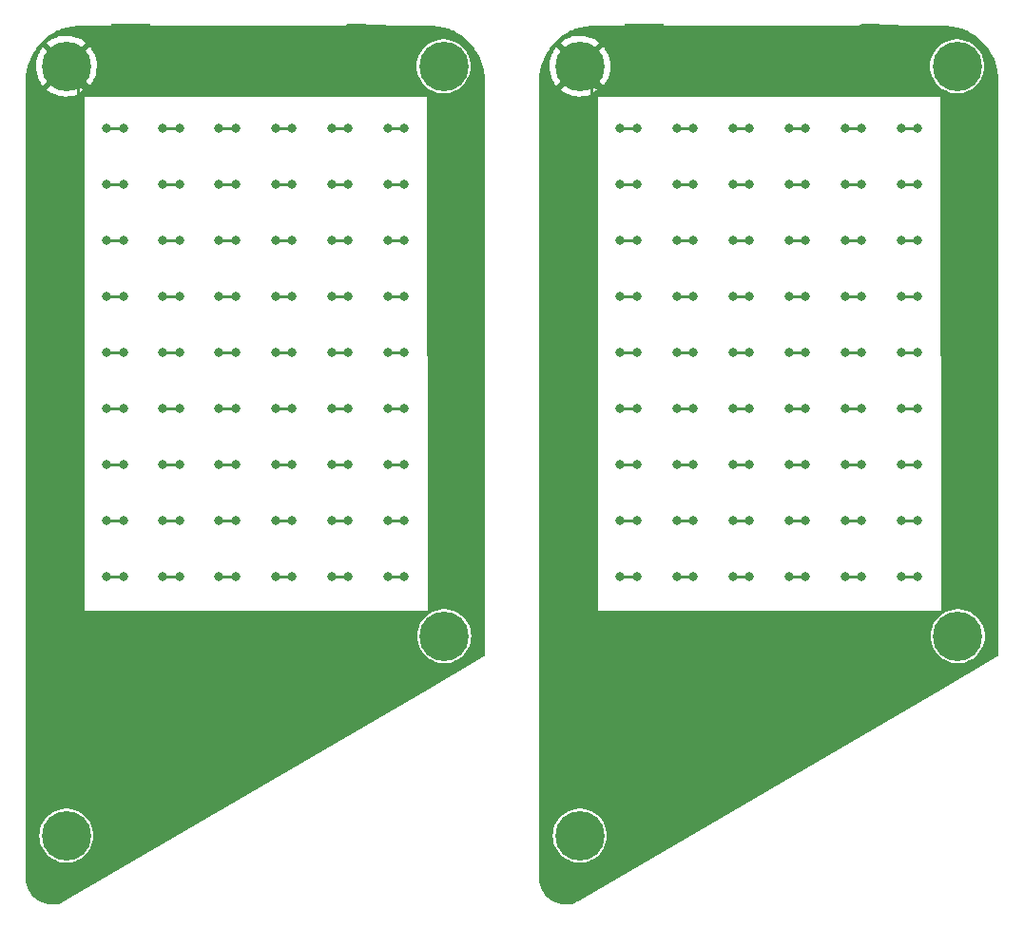
<source format=gtl>
%TF.GenerationSoftware,KiCad,Pcbnew,(6.0.5-0)*%
%TF.CreationDate,2023-02-12T11:18:59+09:00*%
%TF.ProjectId,MTCH6102_breakout_panel,4d544348-3631-4303-925f-627265616b6f,rev?*%
%TF.SameCoordinates,Original*%
%TF.FileFunction,Copper,L1,Top*%
%TF.FilePolarity,Positive*%
%FSLAX46Y46*%
G04 Gerber Fmt 4.6, Leading zero omitted, Abs format (unit mm)*
G04 Created by KiCad (PCBNEW (6.0.5-0)) date 2023-02-12 11:18:59*
%MOMM*%
%LPD*%
G01*
G04 APERTURE LIST*
%TA.AperFunction,ComponentPad*%
%ADD10C,0.700000*%
%TD*%
%TA.AperFunction,ComponentPad*%
%ADD11C,4.400000*%
%TD*%
%TA.AperFunction,ViaPad*%
%ADD12C,0.800000*%
%TD*%
%TA.AperFunction,ViaPad*%
%ADD13C,0.600000*%
%TD*%
%TA.AperFunction,Conductor*%
%ADD14C,0.250000*%
%TD*%
G04 APERTURE END LIST*
D10*
X153855874Y-99826726D03*
X153372600Y-98660000D03*
X155022600Y-100310000D03*
X155022600Y-97010000D03*
D11*
X155022600Y-98660000D03*
D10*
X156189326Y-99826726D03*
X156189326Y-97493274D03*
X156672600Y-98660000D03*
X153855874Y-97493274D03*
X187510874Y-150626726D03*
D11*
X188677600Y-149460000D03*
D10*
X188677600Y-151110000D03*
X187027600Y-149460000D03*
X187510874Y-148293274D03*
X189844326Y-148293274D03*
X190327600Y-149460000D03*
X188677600Y-147810000D03*
X189844326Y-150626726D03*
X153855874Y-168406726D03*
X155022600Y-168890000D03*
D11*
X155022600Y-167240000D03*
D10*
X155022600Y-165590000D03*
X156189326Y-168406726D03*
X153372600Y-167240000D03*
X156672600Y-167240000D03*
X156189326Y-166073274D03*
X153855874Y-166073274D03*
X189780826Y-99826726D03*
X188614100Y-100310000D03*
X190264100Y-98660000D03*
X187447374Y-99826726D03*
X188614100Y-97010000D03*
D11*
X188614100Y-98660000D03*
D10*
X186964100Y-98660000D03*
X187447374Y-97493274D03*
X189780826Y-97493274D03*
X144050726Y-99826726D03*
X142884000Y-100310000D03*
X144534000Y-98660000D03*
X141717274Y-99826726D03*
X142884000Y-97010000D03*
D11*
X142884000Y-98660000D03*
D10*
X141234000Y-98660000D03*
X141717274Y-97493274D03*
X144050726Y-97493274D03*
X108125774Y-168406726D03*
X109292500Y-168890000D03*
D11*
X109292500Y-167240000D03*
D10*
X109292500Y-165590000D03*
X110459226Y-168406726D03*
X107642500Y-167240000D03*
X110942500Y-167240000D03*
X110459226Y-166073274D03*
X108125774Y-166073274D03*
X141780774Y-150626726D03*
D11*
X142947500Y-149460000D03*
D10*
X142947500Y-151110000D03*
X141297500Y-149460000D03*
X141780774Y-148293274D03*
X144114226Y-148293274D03*
X144597500Y-149460000D03*
X142947500Y-147810000D03*
X144114226Y-150626726D03*
X108125774Y-99826726D03*
X107642500Y-98660000D03*
X109292500Y-100310000D03*
X109292500Y-97010000D03*
D11*
X109292500Y-98660000D03*
D10*
X110459226Y-99826726D03*
X110459226Y-97493274D03*
X110942500Y-98660000D03*
X108125774Y-97493274D03*
D12*
X168630100Y-129192000D03*
X160130100Y-129192000D03*
X175130100Y-129192000D03*
X163630100Y-129192000D03*
X170130100Y-129192000D03*
X165130100Y-129192000D03*
X187889600Y-127055499D03*
X187730100Y-141692000D03*
X187730100Y-116692000D03*
X187730100Y-111692000D03*
X171930100Y-147792000D03*
X176930100Y-100692000D03*
X156130100Y-101692000D03*
X156130100Y-111692000D03*
X156130100Y-126692000D03*
X187730100Y-136692000D03*
X187730100Y-106692000D03*
X176930100Y-147792000D03*
X156130100Y-106792000D03*
X181930100Y-147792000D03*
X187730100Y-131692000D03*
X156130100Y-141692000D03*
X161930100Y-100692000D03*
X161930100Y-147792000D03*
X156130100Y-147750000D03*
X156130100Y-121692000D03*
X156130100Y-116692000D03*
D13*
X154430100Y-160792000D03*
D12*
X187730100Y-121692000D03*
X156130100Y-131692000D03*
X187730100Y-101692000D03*
X171930100Y-100692000D03*
D13*
X156430100Y-157992000D03*
D12*
X156130100Y-136692000D03*
X166930100Y-100692000D03*
X166930100Y-147792000D03*
X181930100Y-100692000D03*
X170130100Y-114192000D03*
X178630100Y-114192000D03*
X185130100Y-114192000D03*
X158630100Y-114192000D03*
X175130100Y-114192000D03*
X160130100Y-114192000D03*
X173630100Y-114192000D03*
X168630100Y-114192000D03*
X165130100Y-114192000D03*
X180130100Y-114192000D03*
X183630100Y-114192000D03*
X163630100Y-114192000D03*
X168630100Y-109192000D03*
X173630100Y-109192000D03*
X180130100Y-109192000D03*
X183630100Y-109192000D03*
X175130100Y-109192000D03*
X170130100Y-109192000D03*
X160130100Y-109192000D03*
X185130100Y-109192000D03*
X158630100Y-109192000D03*
X163630100Y-109192000D03*
X178630100Y-109192000D03*
X165130100Y-109192000D03*
X173630100Y-104192000D03*
X175130100Y-104192000D03*
X158630100Y-104192000D03*
X163630100Y-104192000D03*
X165130100Y-104192000D03*
X170130100Y-104192000D03*
X180130100Y-104192000D03*
X178630100Y-104192000D03*
X160130100Y-104192000D03*
X168630100Y-104192000D03*
X183630100Y-104192000D03*
X185130100Y-104192000D03*
X180130100Y-144192000D03*
X160130100Y-144192000D03*
X175130100Y-144192000D03*
X168630100Y-144192000D03*
X158630100Y-144192000D03*
X173630100Y-144192000D03*
X165130100Y-144192000D03*
X183630100Y-129192000D03*
X185130100Y-129192000D03*
X180130100Y-129192000D03*
X168630100Y-124192000D03*
X168630100Y-119192000D03*
X160130100Y-119192000D03*
X163630100Y-119192000D03*
X175130100Y-139192000D03*
X173630100Y-139192000D03*
X170130100Y-139192000D03*
X170130100Y-144192000D03*
X183630100Y-139192000D03*
X183630100Y-144192000D03*
X158630100Y-139192000D03*
X185130100Y-139192000D03*
X165130100Y-139192000D03*
X168630100Y-139192000D03*
X180130100Y-139192000D03*
X163630100Y-144192000D03*
X185130100Y-144192000D03*
X163630100Y-139192000D03*
X178630100Y-144192000D03*
X160130100Y-139192000D03*
X178630100Y-139192000D03*
X178630100Y-129192000D03*
X158630100Y-129192000D03*
X173630100Y-129192000D03*
X180130100Y-119192000D03*
X165130100Y-119192000D03*
X170130100Y-119192000D03*
X173630100Y-119192000D03*
X175130100Y-119192000D03*
X185130100Y-124192000D03*
X178630100Y-119192000D03*
X163630100Y-134192000D03*
X170130100Y-134192000D03*
X180130100Y-134192000D03*
X185130100Y-134192000D03*
X158630100Y-134192000D03*
X183630100Y-134192000D03*
X165130100Y-134192000D03*
X173630100Y-134192000D03*
X168630100Y-134192000D03*
X178630100Y-134192000D03*
X175130100Y-134192000D03*
X160130100Y-134192000D03*
X158630100Y-119192000D03*
X183630100Y-119192000D03*
X185130100Y-119192000D03*
X183630100Y-124192000D03*
X180130100Y-124192000D03*
X173630100Y-124192000D03*
X175130100Y-124192000D03*
X158630100Y-124192000D03*
X160130100Y-124192000D03*
X163630100Y-124192000D03*
X165130100Y-124192000D03*
X178630100Y-124192000D03*
X170130100Y-124192000D03*
X122900000Y-119192000D03*
X117900000Y-119192000D03*
X114400000Y-119192000D03*
X134400000Y-119192000D03*
X119400000Y-119192000D03*
X124400000Y-119192000D03*
X137900000Y-119192000D03*
X112900000Y-119192000D03*
X139400000Y-119192000D03*
X127900000Y-119192000D03*
X129400000Y-119192000D03*
X132900000Y-119192000D03*
X139400000Y-124192000D03*
X112900000Y-124192000D03*
X134400000Y-124192000D03*
X137900000Y-124192000D03*
X127900000Y-124192000D03*
X129400000Y-124192000D03*
X114400000Y-124192000D03*
X117900000Y-124192000D03*
X119400000Y-124192000D03*
X132900000Y-124192000D03*
X124400000Y-124192000D03*
X122900000Y-124192000D03*
X134400000Y-129192000D03*
X139400000Y-129192000D03*
X137900000Y-129192000D03*
X127900000Y-129192000D03*
X112900000Y-129192000D03*
X132900000Y-129192000D03*
X119400000Y-129192000D03*
X124400000Y-129192000D03*
X117900000Y-129192000D03*
X129400000Y-129192000D03*
X114400000Y-129192000D03*
X122900000Y-129192000D03*
X139400000Y-134192000D03*
X129400000Y-134192000D03*
X114400000Y-134192000D03*
X137900000Y-134192000D03*
X119400000Y-134192000D03*
X127900000Y-134192000D03*
X122900000Y-134192000D03*
X134400000Y-134192000D03*
X132900000Y-134192000D03*
X112900000Y-134192000D03*
X124400000Y-134192000D03*
X117900000Y-134192000D03*
X132900000Y-139192000D03*
X114400000Y-139192000D03*
X137900000Y-139192000D03*
X122900000Y-139192000D03*
X139400000Y-139192000D03*
X127900000Y-139192000D03*
X124400000Y-139192000D03*
X112900000Y-139192000D03*
X119400000Y-139192000D03*
X134400000Y-139192000D03*
X117900000Y-139192000D03*
X129400000Y-139192000D03*
X132900000Y-144192000D03*
X139400000Y-144192000D03*
X124400000Y-144192000D03*
X137900000Y-144192000D03*
X117900000Y-144192000D03*
X119400000Y-144192000D03*
X127900000Y-144192000D03*
X112900000Y-144192000D03*
X122900000Y-144192000D03*
X129400000Y-144192000D03*
X114400000Y-144192000D03*
X134400000Y-144192000D03*
X139400000Y-104192000D03*
X137900000Y-104192000D03*
X122900000Y-104192000D03*
X114400000Y-104192000D03*
X132900000Y-104192000D03*
X134400000Y-104192000D03*
X124400000Y-104192000D03*
X119400000Y-104192000D03*
X117900000Y-104192000D03*
X112900000Y-104192000D03*
X129400000Y-104192000D03*
X127900000Y-104192000D03*
X119400000Y-109192000D03*
X132900000Y-109192000D03*
X117900000Y-109192000D03*
X112900000Y-109192000D03*
X139400000Y-109192000D03*
X114400000Y-109192000D03*
X124400000Y-109192000D03*
X129400000Y-109192000D03*
X137900000Y-109192000D03*
X134400000Y-109192000D03*
X127900000Y-109192000D03*
X122900000Y-109192000D03*
X117900000Y-114192000D03*
X137900000Y-114192000D03*
X134400000Y-114192000D03*
X119400000Y-114192000D03*
X122900000Y-114192000D03*
X127900000Y-114192000D03*
X114400000Y-114192000D03*
X129400000Y-114192000D03*
X112900000Y-114192000D03*
X139400000Y-114192000D03*
X132900000Y-114192000D03*
X124400000Y-114192000D03*
X136200000Y-100692000D03*
X121200000Y-147792000D03*
X121200000Y-100692000D03*
X110400000Y-136692000D03*
D13*
X110700000Y-157992000D03*
D12*
X126200000Y-100692000D03*
X142000000Y-101692000D03*
X110400000Y-131692000D03*
X142000000Y-121692000D03*
D13*
X108700000Y-160792000D03*
D12*
X110400000Y-116692000D03*
X110400000Y-121692000D03*
X110400000Y-147750000D03*
X116200000Y-147792000D03*
X116200000Y-100692000D03*
X110400000Y-141692000D03*
X142000000Y-131692000D03*
X136200000Y-147792000D03*
X110400000Y-106792000D03*
X131200000Y-147792000D03*
X142000000Y-106692000D03*
X142000000Y-136692000D03*
X110400000Y-126692000D03*
X110400000Y-111692000D03*
X110400000Y-101692000D03*
X131200000Y-100692000D03*
X126200000Y-147792000D03*
X142000000Y-111692000D03*
X142000000Y-116692000D03*
X142000000Y-141692000D03*
X142159500Y-127055499D03*
D14*
X158630100Y-134192000D02*
X160130100Y-134192000D01*
X178630100Y-134192000D02*
X180130100Y-134192000D01*
X183630100Y-134192000D02*
X185130100Y-134192000D01*
X163630100Y-134192000D02*
X165130100Y-134192000D01*
X173630100Y-134192000D02*
X175130100Y-134192000D01*
X168630100Y-134192000D02*
X170130100Y-134192000D01*
X163630100Y-109192000D02*
X165130100Y-109192000D01*
X183630100Y-109192000D02*
X185130100Y-109192000D01*
X168630100Y-109192000D02*
X170130100Y-109192000D01*
X158630100Y-109192000D02*
X160130100Y-109192000D01*
X178630100Y-109192000D02*
X180130100Y-109192000D01*
X173630100Y-109192000D02*
X175130100Y-109192000D01*
X168630100Y-144192000D02*
X170130100Y-144192000D01*
X158630100Y-144192000D02*
X160130100Y-144192000D01*
X163630100Y-144192000D02*
X165130100Y-144192000D01*
X183630100Y-144192000D02*
X185130100Y-144192000D01*
X178630100Y-144192000D02*
X180130100Y-144192000D01*
X173630100Y-144192000D02*
X175130100Y-144192000D01*
X173630100Y-139192000D02*
X175130100Y-139192000D01*
X178630100Y-139192000D02*
X180130100Y-139192000D01*
X163630100Y-139192000D02*
X165130100Y-139192000D01*
X168630100Y-139192000D02*
X170130100Y-139192000D01*
X183630100Y-139192000D02*
X185130100Y-139192000D01*
X158630100Y-139192000D02*
X160130100Y-139192000D01*
X178630100Y-104192000D02*
X180130100Y-104192000D01*
X158630100Y-119192000D02*
X160130100Y-119192000D01*
X163630100Y-119192000D02*
X165130100Y-119192000D01*
X183630100Y-119192000D02*
X185130100Y-119192000D01*
X168630100Y-119192000D02*
X170130100Y-119192000D01*
X156231496Y-147792001D02*
G75*
G02*
X156130100Y-147750000I4J143401D01*
G01*
X187730100Y-145405604D02*
X187730100Y-144092000D01*
X188530100Y-152392000D02*
X188770641Y-152392000D01*
X156130100Y-157267736D02*
X156130100Y-147750000D01*
X188530100Y-152392000D02*
G75*
G02*
X185630100Y-149492000I0J2900000D01*
G01*
X158630100Y-114192000D02*
X160130100Y-114192000D01*
X178630100Y-114192000D02*
X180130100Y-114192000D01*
X173630100Y-114192000D02*
X175130100Y-114192000D01*
X191630100Y-149532541D02*
X191630100Y-149305606D01*
X168630100Y-114192000D02*
X170130100Y-114192000D01*
X186730100Y-100692000D02*
X181930100Y-100692000D01*
X166930100Y-100692000D02*
X181930100Y-100692000D01*
X161930100Y-100692000D02*
X166930100Y-100692000D01*
X156530100Y-157892000D02*
X156430100Y-157992000D01*
X156130086Y-157267736D02*
G75*
G03*
X156430101Y-157991999I1024314J36D01*
G01*
X187730100Y-145405604D02*
G75*
G03*
X188916496Y-146592000I1186400J4D01*
G01*
X156130082Y-101333741D02*
G75*
G03*
X155022599Y-98660001I-3781182J41D01*
G01*
X157130100Y-100692000D02*
G75*
G03*
X156130100Y-101692000I0J-1000000D01*
G01*
X155022600Y-98660000D02*
G75*
G03*
X157054600Y-100692000I2032000J0D01*
G01*
X186730100Y-100692000D02*
G75*
G02*
X187730100Y-101692000I0J-1000000D01*
G01*
X166930100Y-147792000D02*
X181930100Y-147792000D01*
X156830100Y-147792000D02*
X166930100Y-147792000D01*
X156130100Y-101333741D02*
X156130100Y-101692000D01*
X156231496Y-147792000D02*
X156830100Y-147792000D01*
X187730100Y-144092000D02*
X187730100Y-141692000D01*
X157130100Y-100692000D02*
X161930100Y-100692000D01*
X181930100Y-147792000D02*
X183930100Y-147792000D01*
X156130100Y-141692000D02*
X156130100Y-147750000D01*
X185630100Y-149492000D02*
G75*
G03*
X183930100Y-147792000I-1700000J0D01*
G01*
X191630100Y-149532541D02*
G75*
G02*
X188770641Y-152392000I-2859500J41D01*
G01*
X156130100Y-101692000D02*
X156130100Y-141692000D01*
X161930100Y-100692000D02*
X157054600Y-100692000D01*
X187730100Y-101692000D02*
X187730100Y-141692000D01*
X163630100Y-114192000D02*
X165130100Y-114192000D01*
X183630100Y-114192000D02*
X185130100Y-114192000D01*
X188916496Y-146592000D02*
G75*
G02*
X191630100Y-149305606I4J-2713600D01*
G01*
X163630100Y-124192000D02*
X165130100Y-124192000D01*
X183630100Y-124192000D02*
X185130100Y-124192000D01*
X173630100Y-124192000D02*
X175130100Y-124192000D01*
X168630100Y-124192000D02*
X170130100Y-124192000D01*
X158630100Y-124192000D02*
X160130100Y-124192000D01*
X178630100Y-119192000D02*
X180130100Y-119192000D01*
X173630100Y-119192000D02*
X175130100Y-119192000D01*
X168630100Y-104192000D02*
X170130100Y-104192000D01*
X158630100Y-104192000D02*
X160130100Y-104192000D01*
X163630100Y-104192000D02*
X165130100Y-104192000D01*
X183630100Y-104192000D02*
X185130100Y-104192000D01*
X173630100Y-104192000D02*
X175130100Y-104192000D01*
X178630100Y-129192000D02*
X180130100Y-129192000D01*
X173630100Y-129192000D02*
X175130100Y-129192000D01*
X183630100Y-129192000D02*
X185130100Y-129192000D01*
X178630100Y-124192000D02*
X180130100Y-124192000D01*
X158630100Y-129192000D02*
X160130100Y-129192000D01*
X163630100Y-129192000D02*
X165130100Y-129192000D01*
X168630100Y-129192000D02*
X170130100Y-129192000D01*
X137900000Y-119192000D02*
X139400000Y-119192000D01*
X122900000Y-119192000D02*
X124400000Y-119192000D01*
X112900000Y-119192000D02*
X114400000Y-119192000D01*
X117900000Y-119192000D02*
X119400000Y-119192000D01*
X127900000Y-119192000D02*
X129400000Y-119192000D01*
X132900000Y-119192000D02*
X134400000Y-119192000D01*
X137900000Y-124192000D02*
X139400000Y-124192000D01*
X112900000Y-124192000D02*
X114400000Y-124192000D01*
X117900000Y-124192000D02*
X119400000Y-124192000D01*
X127900000Y-124192000D02*
X129400000Y-124192000D01*
X122900000Y-124192000D02*
X124400000Y-124192000D01*
X132900000Y-124192000D02*
X134400000Y-124192000D01*
X117900000Y-129192000D02*
X119400000Y-129192000D01*
X112900000Y-129192000D02*
X114400000Y-129192000D01*
X122900000Y-129192000D02*
X124400000Y-129192000D01*
X132900000Y-129192000D02*
X134400000Y-129192000D01*
X137900000Y-129192000D02*
X139400000Y-129192000D01*
X127900000Y-129192000D02*
X129400000Y-129192000D01*
X122900000Y-134192000D02*
X124400000Y-134192000D01*
X112900000Y-134192000D02*
X114400000Y-134192000D01*
X137900000Y-134192000D02*
X139400000Y-134192000D01*
X117900000Y-134192000D02*
X119400000Y-134192000D01*
X127900000Y-134192000D02*
X129400000Y-134192000D01*
X132900000Y-134192000D02*
X134400000Y-134192000D01*
X132900000Y-139192000D02*
X134400000Y-139192000D01*
X117900000Y-139192000D02*
X119400000Y-139192000D01*
X127900000Y-139192000D02*
X129400000Y-139192000D01*
X137900000Y-139192000D02*
X139400000Y-139192000D01*
X122900000Y-139192000D02*
X124400000Y-139192000D01*
X112900000Y-139192000D02*
X114400000Y-139192000D01*
X127900000Y-144192000D02*
X129400000Y-144192000D01*
X132900000Y-144192000D02*
X134400000Y-144192000D01*
X137900000Y-144192000D02*
X139400000Y-144192000D01*
X117900000Y-144192000D02*
X119400000Y-144192000D01*
X112900000Y-144192000D02*
X114400000Y-144192000D01*
X122900000Y-144192000D02*
X124400000Y-144192000D01*
X132900000Y-104192000D02*
X134400000Y-104192000D01*
X137900000Y-104192000D02*
X139400000Y-104192000D01*
X117900000Y-104192000D02*
X119400000Y-104192000D01*
X112900000Y-104192000D02*
X114400000Y-104192000D01*
X122900000Y-104192000D02*
X124400000Y-104192000D01*
X127900000Y-104192000D02*
X129400000Y-104192000D01*
X132900000Y-109192000D02*
X134400000Y-109192000D01*
X112900000Y-109192000D02*
X114400000Y-109192000D01*
X127900000Y-109192000D02*
X129400000Y-109192000D01*
X122900000Y-109192000D02*
X124400000Y-109192000D01*
X137900000Y-109192000D02*
X139400000Y-109192000D01*
X117900000Y-109192000D02*
X119400000Y-109192000D01*
X127900000Y-114192000D02*
X129400000Y-114192000D01*
X132900000Y-114192000D02*
X134400000Y-114192000D01*
X112900000Y-114192000D02*
X114400000Y-114192000D01*
X117900000Y-114192000D02*
X119400000Y-114192000D01*
X137900000Y-114192000D02*
X139400000Y-114192000D01*
X122900000Y-114192000D02*
X124400000Y-114192000D01*
X145900000Y-149532541D02*
X145900000Y-149305606D01*
X110400000Y-157267736D02*
X110400000Y-147750000D01*
X142800000Y-152392000D02*
X143040541Y-152392000D01*
X142000000Y-145405604D02*
X142000000Y-144092000D01*
X110501396Y-147792000D02*
X111100000Y-147792000D01*
X110400000Y-101333741D02*
X110400000Y-101692000D01*
X111100000Y-147792000D02*
X121200000Y-147792000D01*
X121200000Y-147792000D02*
X136200000Y-147792000D01*
X116200000Y-100692000D02*
X121200000Y-100692000D01*
X121200000Y-100692000D02*
X136200000Y-100692000D01*
X141000000Y-100692000D02*
X136200000Y-100692000D01*
X110800000Y-157892000D02*
X110700000Y-157992000D01*
X142000000Y-144092000D02*
X142000000Y-141692000D01*
X110400000Y-101692000D02*
X110400000Y-141692000D01*
X116200000Y-100692000D02*
X111324500Y-100692000D01*
X111400000Y-100692000D02*
X116200000Y-100692000D01*
X142000000Y-101692000D02*
X142000000Y-141692000D01*
X136200000Y-147792000D02*
X138200000Y-147792000D01*
X110400000Y-141692000D02*
X110400000Y-147750000D01*
X139900000Y-149492000D02*
G75*
G03*
X138200000Y-147792000I-1700000J0D01*
G01*
X110501396Y-147792001D02*
G75*
G02*
X110400000Y-147750000I4J143401D01*
G01*
X141000000Y-100692000D02*
G75*
G02*
X142000000Y-101692000I0J-1000000D01*
G01*
X109292500Y-98660000D02*
G75*
G03*
X111324500Y-100692000I2032000J0D01*
G01*
X111400000Y-100692000D02*
G75*
G03*
X110400000Y-101692000I0J-1000000D01*
G01*
X110399982Y-101333741D02*
G75*
G03*
X109292499Y-98660001I-3781182J41D01*
G01*
X142000000Y-145405604D02*
G75*
G03*
X143186396Y-146592000I1186400J4D01*
G01*
X110399986Y-157267736D02*
G75*
G03*
X110700001Y-157991999I1024314J36D01*
G01*
X145900000Y-149532541D02*
G75*
G02*
X143040541Y-152392000I-2859500J41D01*
G01*
X143186396Y-146592000D02*
G75*
G02*
X145900000Y-149305606I4J-2713600D01*
G01*
X142800000Y-152392000D02*
G75*
G02*
X139900000Y-149492000I0J2900000D01*
G01*
%TA.AperFunction,Conductor*%
G36*
X110900000Y-96478919D02*
G01*
X110843162Y-96434111D01*
X110838273Y-96430713D01*
X110564514Y-96263938D01*
X110559256Y-96261154D01*
X110267453Y-96128479D01*
X110261885Y-96126342D01*
X109956260Y-96029686D01*
X109950485Y-96028235D01*
X109635454Y-95968993D01*
X109629545Y-95968247D01*
X109309688Y-95947283D01*
X109303717Y-95947251D01*
X108983657Y-95964865D01*
X108977750Y-95965549D01*
X108662116Y-96021488D01*
X108656312Y-96022881D01*
X108349700Y-96116330D01*
X108344110Y-96118408D01*
X108050939Y-96248018D01*
X108045639Y-96250754D01*
X107770166Y-96414643D01*
X107765231Y-96417997D01*
X107576954Y-96563252D01*
X107569429Y-96574263D01*
X107569482Y-96576129D01*
X107572313Y-96580602D01*
X109581706Y-98589996D01*
X109609483Y-98644513D01*
X109599912Y-98704945D01*
X109581706Y-98730004D01*
X109292500Y-99019210D01*
X107576592Y-100735119D01*
X107570538Y-100747002D01*
X107570916Y-100749394D01*
X107573660Y-100752773D01*
X107718609Y-100869524D01*
X107723472Y-100872981D01*
X107995468Y-101042613D01*
X108000693Y-101045449D01*
X108291093Y-101181174D01*
X108296632Y-101183367D01*
X108601224Y-101283217D01*
X108606997Y-101284732D01*
X108921392Y-101347269D01*
X108927277Y-101348075D01*
X109246913Y-101372389D01*
X109252868Y-101372482D01*
X109573103Y-101358221D01*
X109579023Y-101357598D01*
X109895224Y-101304968D01*
X109901029Y-101303638D01*
X110208609Y-101213404D01*
X110214228Y-101211381D01*
X110508729Y-101084854D01*
X110514064Y-101082171D01*
X110791245Y-100921172D01*
X110796203Y-100917878D01*
X110900000Y-100839519D01*
X110900000Y-147692000D01*
X105683000Y-147692000D01*
X105683000Y-99964281D01*
X105685557Y-99941926D01*
X105686888Y-99936183D01*
X105688155Y-99930718D01*
X105688156Y-99930000D01*
X105686795Y-99924033D01*
X105686543Y-99921253D01*
X105686290Y-99918993D01*
X105686338Y-99918988D01*
X105684410Y-99897701D01*
X105701380Y-99509040D01*
X105702133Y-99500436D01*
X105756567Y-99086965D01*
X105758067Y-99078460D01*
X105763409Y-99054366D01*
X105848329Y-98671315D01*
X105850563Y-98662975D01*
X105859519Y-98634570D01*
X106579847Y-98634570D01*
X106595786Y-98954725D01*
X106596440Y-98960648D01*
X106650724Y-99276567D01*
X106652083Y-99282360D01*
X106743930Y-99589476D01*
X106745976Y-99595067D01*
X106874048Y-99888910D01*
X106876758Y-99894230D01*
X107039209Y-100170569D01*
X107042525Y-100175502D01*
X107195441Y-100375870D01*
X107206413Y-100383453D01*
X107208141Y-100383413D01*
X107212819Y-100380470D01*
X108922204Y-98671086D01*
X108928258Y-98659203D01*
X108927462Y-98654172D01*
X107217219Y-96943930D01*
X107205336Y-96937876D01*
X107203082Y-96938233D01*
X107199526Y-96941136D01*
X107074761Y-97097706D01*
X107071336Y-97102579D01*
X106903132Y-97375455D01*
X106900318Y-97380704D01*
X106766120Y-97671803D01*
X106763951Y-97677365D01*
X106665696Y-97982480D01*
X106664217Y-97988237D01*
X106603324Y-98302973D01*
X106602550Y-98308853D01*
X106579910Y-98628614D01*
X106579847Y-98634570D01*
X105859519Y-98634570D01*
X105873573Y-98589996D01*
X105975973Y-98265228D01*
X105978924Y-98257119D01*
X105979362Y-98256063D01*
X106138518Y-97871825D01*
X106142168Y-97863998D01*
X106242218Y-97671803D01*
X106334736Y-97494079D01*
X106339042Y-97486619D01*
X106563130Y-97134873D01*
X106568083Y-97127800D01*
X106711315Y-96941136D01*
X106821958Y-96796942D01*
X106827497Y-96790342D01*
X107109259Y-96482851D01*
X107115351Y-96476759D01*
X107422842Y-96194997D01*
X107429442Y-96189458D01*
X107760300Y-95935583D01*
X107767374Y-95930629D01*
X108119119Y-95706542D01*
X108126579Y-95702236D01*
X108496498Y-95509668D01*
X108504325Y-95506018D01*
X108600640Y-95466123D01*
X108889626Y-95346421D01*
X108897728Y-95343473D01*
X109295477Y-95218063D01*
X109303815Y-95215829D01*
X109710970Y-95125565D01*
X109719456Y-95124069D01*
X109907392Y-95099326D01*
X110132936Y-95069633D01*
X110141540Y-95068880D01*
X110529939Y-95051922D01*
X110543299Y-95053144D01*
X110551277Y-95053158D01*
X110562141Y-95055656D01*
X110574141Y-95052941D01*
X110595988Y-95050500D01*
X110900000Y-95050500D01*
X110900000Y-96478919D01*
G37*
%TD.AperFunction*%
%TA.AperFunction,Conductor*%
G36*
X110048794Y-99063937D02*
G01*
X110073853Y-99082143D01*
X110900000Y-99908290D01*
X110900000Y-100594320D01*
X110869658Y-100589515D01*
X110844599Y-100571309D01*
X109714643Y-99441353D01*
X109686866Y-99386836D01*
X109696437Y-99326404D01*
X109714643Y-99301345D01*
X109933845Y-99082143D01*
X109988362Y-99054366D01*
X110048794Y-99063937D01*
G37*
%TD.AperFunction*%
%TA.AperFunction,Conductor*%
G36*
X110900000Y-96721054D02*
G01*
X110900000Y-97411710D01*
X110073853Y-98237857D01*
X110019336Y-98265634D01*
X109958904Y-98256063D01*
X109933845Y-98237857D01*
X109714643Y-98018655D01*
X109686866Y-97964138D01*
X109696437Y-97903706D01*
X109714643Y-97878647D01*
X110844599Y-96748691D01*
X110899116Y-96720914D01*
X110900000Y-96721054D01*
G37*
%TD.AperFunction*%
%TA.AperFunction,Conductor*%
G36*
X116650281Y-94866018D02*
G01*
X116708417Y-94885087D01*
X116739209Y-94922084D01*
X116742209Y-94928317D01*
X116744688Y-94939185D01*
X116751635Y-94947903D01*
X116752091Y-94948475D01*
X116763909Y-94967314D01*
X116769052Y-94978024D01*
X116778539Y-94985611D01*
X116794123Y-95001222D01*
X116801695Y-95010724D01*
X116812392Y-95015883D01*
X116831214Y-95027736D01*
X116840492Y-95035156D01*
X116852327Y-95037877D01*
X116873151Y-95045190D01*
X116874048Y-95045623D01*
X116874049Y-95045623D01*
X116884087Y-95050465D01*
X116895232Y-95050475D01*
X116895233Y-95050475D01*
X116907155Y-95050485D01*
X116907153Y-95052230D01*
X116907219Y-95052224D01*
X116907219Y-95050500D01*
X116924108Y-95050500D01*
X116975274Y-95050545D01*
X116975563Y-95050545D01*
X116975651Y-95050503D01*
X116975675Y-95050500D01*
X134069108Y-95050500D01*
X134120563Y-95050545D01*
X134131512Y-95045288D01*
X134152345Y-95038013D01*
X134164185Y-95035312D01*
X134173475Y-95027909D01*
X134192314Y-95016091D01*
X134203024Y-95010948D01*
X134210611Y-95001461D01*
X134226222Y-94985877D01*
X134235724Y-94978305D01*
X134240568Y-94968261D01*
X134247522Y-94959550D01*
X134249113Y-94960820D01*
X134281432Y-94927055D01*
X134328571Y-94915261D01*
X137637151Y-94924477D01*
X137695289Y-94943547D01*
X137714353Y-94961848D01*
X137719227Y-94967975D01*
X137724052Y-94978024D01*
X137733539Y-94985611D01*
X137749123Y-95001222D01*
X137756695Y-95010724D01*
X137767392Y-95015883D01*
X137786214Y-95027736D01*
X137795492Y-95035156D01*
X137807327Y-95037877D01*
X137828151Y-95045190D01*
X137829048Y-95045623D01*
X137829049Y-95045623D01*
X137839087Y-95050465D01*
X137850232Y-95050475D01*
X137850233Y-95050475D01*
X137862155Y-95050485D01*
X137862153Y-95052230D01*
X137862219Y-95052224D01*
X137862219Y-95050500D01*
X137879108Y-95050500D01*
X137930274Y-95050545D01*
X137930563Y-95050545D01*
X137930651Y-95050503D01*
X137930675Y-95050500D01*
X141643483Y-95050500D01*
X141665669Y-95053018D01*
X141677141Y-95055656D01*
X141688014Y-95053196D01*
X141694948Y-95053208D01*
X141709539Y-95051899D01*
X141738351Y-95053157D01*
X142098460Y-95068880D01*
X142107064Y-95069633D01*
X142332608Y-95099326D01*
X142520544Y-95124069D01*
X142529030Y-95125565D01*
X142936185Y-95215829D01*
X142944523Y-95218063D01*
X143342272Y-95343473D01*
X143350374Y-95346421D01*
X143639360Y-95466123D01*
X143735675Y-95506018D01*
X143743502Y-95509668D01*
X144113421Y-95702236D01*
X144120881Y-95706542D01*
X144472626Y-95930629D01*
X144479700Y-95935583D01*
X144810558Y-96189458D01*
X144817158Y-96194997D01*
X145124649Y-96476759D01*
X145130741Y-96482851D01*
X145412503Y-96790342D01*
X145418042Y-96796942D01*
X145604063Y-97039371D01*
X145671917Y-97127800D01*
X145676870Y-97134873D01*
X145900958Y-97486619D01*
X145905264Y-97494079D01*
X146049811Y-97771750D01*
X146097832Y-97863998D01*
X146101482Y-97871825D01*
X146261076Y-98257119D01*
X146264027Y-98265228D01*
X146389437Y-98662975D01*
X146391671Y-98671315D01*
X146456674Y-98964523D01*
X146481933Y-99078460D01*
X146483433Y-99086965D01*
X146537867Y-99500436D01*
X146538620Y-99509040D01*
X146555578Y-99897439D01*
X146554356Y-99910799D01*
X146554342Y-99918777D01*
X146551844Y-99929641D01*
X146554304Y-99940513D01*
X146554559Y-99941638D01*
X146557000Y-99963488D01*
X146557000Y-101392000D01*
X110900000Y-101392000D01*
X110900000Y-100839519D01*
X111008750Y-100757421D01*
X111016390Y-100746489D01*
X111016361Y-100744902D01*
X111013304Y-100740015D01*
X110900000Y-100626711D01*
X110900000Y-99908289D01*
X111367511Y-100375800D01*
X111379394Y-100381854D01*
X111381923Y-100381454D01*
X111385125Y-100378868D01*
X111493759Y-100245431D01*
X111497233Y-100240597D01*
X111668287Y-99969492D01*
X111671153Y-99964279D01*
X111808394Y-99674596D01*
X111810618Y-99669063D01*
X111912064Y-99364992D01*
X111913605Y-99359243D01*
X111977788Y-99045182D01*
X111978627Y-99039285D01*
X112004713Y-98718567D01*
X112004873Y-98715068D01*
X112005432Y-98661727D01*
X112005389Y-98660000D01*
X140478754Y-98660000D01*
X140497720Y-98961457D01*
X140554319Y-99258160D01*
X140555275Y-99261102D01*
X140555277Y-99261110D01*
X140587163Y-99359243D01*
X140647659Y-99545430D01*
X140776267Y-99818736D01*
X140777936Y-99821365D01*
X140777936Y-99821366D01*
X140871940Y-99969492D01*
X140938115Y-100073768D01*
X140940097Y-100076164D01*
X140940100Y-100076168D01*
X140985151Y-100130625D01*
X141130651Y-100306504D01*
X141350838Y-100513274D01*
X141595205Y-100690816D01*
X141597932Y-100692315D01*
X141857174Y-100834836D01*
X141857180Y-100834839D01*
X141859896Y-100836332D01*
X141905265Y-100854295D01*
X142137848Y-100946381D01*
X142137851Y-100946382D01*
X142140738Y-100947525D01*
X142143741Y-100948296D01*
X142143747Y-100948298D01*
X142430295Y-101021870D01*
X142433302Y-101022642D01*
X142436383Y-101023031D01*
X142436387Y-101023032D01*
X142535903Y-101035604D01*
X142732973Y-101060500D01*
X143035027Y-101060500D01*
X143232097Y-101035604D01*
X143331613Y-101023032D01*
X143331617Y-101023031D01*
X143334698Y-101022642D01*
X143337705Y-101021870D01*
X143624253Y-100948298D01*
X143624259Y-100948296D01*
X143627262Y-100947525D01*
X143630149Y-100946382D01*
X143630152Y-100946381D01*
X143862735Y-100854295D01*
X143908104Y-100836332D01*
X143910820Y-100834839D01*
X143910826Y-100834836D01*
X144170068Y-100692315D01*
X144172795Y-100690816D01*
X144417162Y-100513274D01*
X144637349Y-100306504D01*
X144782849Y-100130625D01*
X144827900Y-100076168D01*
X144827903Y-100076164D01*
X144829885Y-100073768D01*
X144896061Y-99969492D01*
X144990064Y-99821366D01*
X144990064Y-99821365D01*
X144991733Y-99818736D01*
X145120341Y-99545430D01*
X145180837Y-99359243D01*
X145212723Y-99261110D01*
X145212725Y-99261102D01*
X145213681Y-99258160D01*
X145270280Y-98961457D01*
X145289246Y-98660000D01*
X145270280Y-98358543D01*
X145213681Y-98061840D01*
X145212725Y-98058898D01*
X145212723Y-98058890D01*
X145121303Y-97777531D01*
X145120341Y-97774570D01*
X145087078Y-97703883D01*
X144993058Y-97504079D01*
X144993055Y-97504074D01*
X144991733Y-97501264D01*
X144934901Y-97411711D01*
X144831556Y-97248865D01*
X144831556Y-97248864D01*
X144829885Y-97246232D01*
X144637349Y-97013496D01*
X144417162Y-96806726D01*
X144403707Y-96796950D01*
X144261028Y-96693289D01*
X144172795Y-96629184D01*
X144059271Y-96566773D01*
X143910826Y-96485164D01*
X143910820Y-96485161D01*
X143908104Y-96483668D01*
X143862735Y-96465705D01*
X143630152Y-96373619D01*
X143630149Y-96373618D01*
X143627262Y-96372475D01*
X143624259Y-96371704D01*
X143624253Y-96371702D01*
X143337705Y-96298130D01*
X143337704Y-96298130D01*
X143334698Y-96297358D01*
X143331617Y-96296969D01*
X143331613Y-96296968D01*
X143232097Y-96284396D01*
X143035027Y-96259500D01*
X142732973Y-96259500D01*
X142535903Y-96284396D01*
X142436387Y-96296968D01*
X142436383Y-96296969D01*
X142433302Y-96297358D01*
X142430296Y-96298130D01*
X142430295Y-96298130D01*
X142143747Y-96371702D01*
X142143741Y-96371704D01*
X142140738Y-96372475D01*
X142137851Y-96373618D01*
X142137848Y-96373619D01*
X141905265Y-96465705D01*
X141859896Y-96483668D01*
X141857180Y-96485161D01*
X141857174Y-96485164D01*
X141708729Y-96566773D01*
X141595205Y-96629184D01*
X141506972Y-96693289D01*
X141364294Y-96796950D01*
X141350838Y-96806726D01*
X141130651Y-97013496D01*
X140938115Y-97246232D01*
X140936444Y-97248864D01*
X140936444Y-97248865D01*
X140833099Y-97411711D01*
X140776267Y-97501264D01*
X140774945Y-97504074D01*
X140774942Y-97504079D01*
X140680922Y-97703883D01*
X140647659Y-97774570D01*
X140646697Y-97777531D01*
X140555277Y-98058890D01*
X140555275Y-98058898D01*
X140554319Y-98061840D01*
X140497720Y-98358543D01*
X140478754Y-98660000D01*
X112005389Y-98660000D01*
X112005346Y-98658276D01*
X111985980Y-98337041D01*
X111985266Y-98331147D01*
X111927675Y-98015807D01*
X111926255Y-98010024D01*
X111831196Y-97703883D01*
X111829094Y-97698322D01*
X111697950Y-97405831D01*
X111695183Y-97400539D01*
X111529852Y-97125924D01*
X111526476Y-97121012D01*
X111388993Y-96944726D01*
X111377942Y-96937258D01*
X111375937Y-96937326D01*
X111371669Y-96940042D01*
X110900000Y-97411711D01*
X110900000Y-96693289D01*
X111008785Y-96584504D01*
X111014839Y-96572621D01*
X111014504Y-96570504D01*
X111011442Y-96566773D01*
X110900000Y-96478919D01*
X110900000Y-95050500D01*
X113114108Y-95050500D01*
X113165563Y-95050545D01*
X113176512Y-95045288D01*
X113197345Y-95038013D01*
X113209185Y-95035312D01*
X113218475Y-95027909D01*
X113237314Y-95016091D01*
X113248024Y-95010948D01*
X113255611Y-95001461D01*
X113271222Y-94985877D01*
X113280724Y-94978305D01*
X113285883Y-94967608D01*
X113297736Y-94948786D01*
X113305156Y-94939508D01*
X113307655Y-94928641D01*
X113312507Y-94918604D01*
X113314887Y-94919754D01*
X113337931Y-94881318D01*
X113394230Y-94857357D01*
X113403211Y-94856973D01*
X116650281Y-94866018D01*
G37*
%TD.AperFunction*%
%TA.AperFunction,Conductor*%
G36*
X141597932Y-100692315D02*
G01*
X141857174Y-100834836D01*
X141857180Y-100834839D01*
X141859896Y-100836332D01*
X141862784Y-100837475D01*
X141862783Y-100837475D01*
X142137848Y-100946381D01*
X142137851Y-100946382D01*
X142140738Y-100947525D01*
X142143741Y-100948296D01*
X142143747Y-100948298D01*
X142430295Y-101021870D01*
X142433302Y-101022642D01*
X142436383Y-101023031D01*
X142436387Y-101023032D01*
X142535903Y-101035604D01*
X142732973Y-101060500D01*
X143035027Y-101060500D01*
X143232097Y-101035604D01*
X143331613Y-101023032D01*
X143331617Y-101023031D01*
X143334698Y-101022642D01*
X143337705Y-101021870D01*
X143624253Y-100948298D01*
X143624259Y-100948296D01*
X143627262Y-100947525D01*
X143630149Y-100946382D01*
X143630152Y-100946381D01*
X143905217Y-100837475D01*
X143905216Y-100837475D01*
X143908104Y-100836332D01*
X143910820Y-100834839D01*
X143910826Y-100834836D01*
X144170068Y-100692315D01*
X144170641Y-100692000D01*
X146557000Y-100692000D01*
X146557000Y-151193072D01*
X146538093Y-151251263D01*
X146507924Y-151278562D01*
X141499649Y-154203259D01*
X141494375Y-151371425D01*
X141656183Y-151488984D01*
X141658705Y-151490816D01*
X141739486Y-151535226D01*
X141920674Y-151634836D01*
X141920680Y-151634839D01*
X141923396Y-151636332D01*
X141926284Y-151637475D01*
X141926283Y-151637475D01*
X142201348Y-151746381D01*
X142201351Y-151746382D01*
X142204238Y-151747525D01*
X142207241Y-151748296D01*
X142207247Y-151748298D01*
X142493795Y-151821870D01*
X142496802Y-151822642D01*
X142499883Y-151823031D01*
X142499887Y-151823032D01*
X142599403Y-151835604D01*
X142796473Y-151860500D01*
X143098527Y-151860500D01*
X143295597Y-151835604D01*
X143395113Y-151823032D01*
X143395117Y-151823031D01*
X143398198Y-151822642D01*
X143401205Y-151821870D01*
X143687753Y-151748298D01*
X143687759Y-151748296D01*
X143690762Y-151747525D01*
X143693649Y-151746382D01*
X143693652Y-151746381D01*
X143968717Y-151637475D01*
X143968716Y-151637475D01*
X143971604Y-151636332D01*
X143974320Y-151634839D01*
X143974326Y-151634836D01*
X144155514Y-151535226D01*
X144236295Y-151490816D01*
X144480662Y-151313274D01*
X144700849Y-151106504D01*
X144893385Y-150873768D01*
X145055233Y-150618736D01*
X145183841Y-150345430D01*
X145198437Y-150300509D01*
X145276223Y-150061110D01*
X145276225Y-150061102D01*
X145277181Y-150058160D01*
X145333780Y-149761457D01*
X145352746Y-149460000D01*
X145333780Y-149158543D01*
X145277181Y-148861840D01*
X145276225Y-148858898D01*
X145276223Y-148858890D01*
X145184803Y-148577531D01*
X145183841Y-148574570D01*
X145055233Y-148301264D01*
X144893385Y-148046232D01*
X144700849Y-147813496D01*
X144480662Y-147606726D01*
X144236295Y-147429184D01*
X144155514Y-147384774D01*
X143974326Y-147285164D01*
X143974320Y-147285161D01*
X143971604Y-147283668D01*
X143740077Y-147192000D01*
X143693652Y-147173619D01*
X143693649Y-147173618D01*
X143690762Y-147172475D01*
X143687759Y-147171704D01*
X143687753Y-147171702D01*
X143401205Y-147098130D01*
X143401204Y-147098130D01*
X143398198Y-147097358D01*
X143395117Y-147096969D01*
X143395113Y-147096968D01*
X143295597Y-147084396D01*
X143098527Y-147059500D01*
X142796473Y-147059500D01*
X142599403Y-147084396D01*
X142499887Y-147096968D01*
X142499883Y-147096969D01*
X142496802Y-147097358D01*
X142493796Y-147098130D01*
X142493795Y-147098130D01*
X142207247Y-147171702D01*
X142207241Y-147171704D01*
X142204238Y-147172475D01*
X142201351Y-147173618D01*
X142201348Y-147173619D01*
X142154923Y-147192000D01*
X141923396Y-147283668D01*
X141920680Y-147285161D01*
X141920674Y-147285164D01*
X141739486Y-147384774D01*
X141658705Y-147429184D01*
X141656187Y-147431014D01*
X141656183Y-147431016D01*
X141487266Y-147553740D01*
X141486592Y-147192000D01*
X141486555Y-147171702D01*
X141401333Y-101407679D01*
X141401304Y-101392000D01*
X141400000Y-100692000D01*
X141597359Y-100692000D01*
X141597932Y-100692315D01*
G37*
%TD.AperFunction*%
%TA.AperFunction,Conductor*%
G36*
X142100000Y-147213745D02*
G01*
X141936603Y-147278439D01*
X141923396Y-147283668D01*
X141920680Y-147285161D01*
X141920674Y-147285164D01*
X141739486Y-147384774D01*
X141658705Y-147429184D01*
X141414338Y-147606726D01*
X141194151Y-147813496D01*
X141001615Y-148046232D01*
X140839767Y-148301264D01*
X140711159Y-148574570D01*
X140710197Y-148577531D01*
X140618777Y-148858890D01*
X140618775Y-148858898D01*
X140617819Y-148861840D01*
X140561220Y-149158543D01*
X140542254Y-149460000D01*
X140561220Y-149761457D01*
X140617819Y-150058160D01*
X140618775Y-150061102D01*
X140618777Y-150061110D01*
X140696563Y-150300509D01*
X140711159Y-150345430D01*
X140839767Y-150618736D01*
X141001615Y-150873768D01*
X141194151Y-151106504D01*
X141414338Y-151313274D01*
X141658705Y-151490816D01*
X141661432Y-151492315D01*
X141920674Y-151634836D01*
X141920680Y-151634839D01*
X141923396Y-151636332D01*
X142100000Y-151706254D01*
X142100000Y-153852670D01*
X109095222Y-173126569D01*
X109087379Y-173129729D01*
X109087587Y-173130147D01*
X109077605Y-173135116D01*
X109066772Y-173137740D01*
X109058149Y-173144802D01*
X109048165Y-173149772D01*
X109048159Y-173149761D01*
X109039481Y-173155021D01*
X108917292Y-173207232D01*
X108816901Y-173250128D01*
X108805766Y-173254117D01*
X108548553Y-173329234D01*
X108537020Y-173331865D01*
X108453553Y-173345717D01*
X108272684Y-173375734D01*
X108260909Y-173376971D01*
X107993230Y-173388969D01*
X107981391Y-173388791D01*
X107714189Y-173368745D01*
X107702456Y-173367154D01*
X107439567Y-173315353D01*
X107428122Y-173312378D01*
X107173266Y-173229551D01*
X107162271Y-173225234D01*
X106919139Y-173112579D01*
X106908713Y-173106967D01*
X106738962Y-173002055D01*
X106680785Y-172966100D01*
X106671113Y-172959290D01*
X106598646Y-172901495D01*
X106461628Y-172792215D01*
X106452829Y-172784292D01*
X106357253Y-172687268D01*
X106264784Y-172593397D01*
X106257008Y-172584496D01*
X106175050Y-172478502D01*
X106093099Y-172372515D01*
X106086429Y-172362732D01*
X105949008Y-172132713D01*
X105943554Y-172122203D01*
X105834573Y-171877414D01*
X105830413Y-171866328D01*
X105751440Y-171610287D01*
X105748633Y-171598784D01*
X105700793Y-171335147D01*
X105699379Y-171323392D01*
X105684950Y-171082552D01*
X105686696Y-171061804D01*
X105686247Y-171061752D01*
X105686888Y-171056184D01*
X105688155Y-171050718D01*
X105688156Y-171050000D01*
X105686912Y-171044545D01*
X105685480Y-171038266D01*
X105683000Y-171016248D01*
X105683000Y-167240000D01*
X106887254Y-167240000D01*
X106906220Y-167541457D01*
X106962819Y-167838160D01*
X106963775Y-167841102D01*
X106963777Y-167841110D01*
X107041563Y-168080509D01*
X107056159Y-168125430D01*
X107184767Y-168398736D01*
X107346615Y-168653768D01*
X107539151Y-168886504D01*
X107759338Y-169093274D01*
X108003705Y-169270816D01*
X108006432Y-169272315D01*
X108265674Y-169414836D01*
X108265680Y-169414839D01*
X108268396Y-169416332D01*
X108271284Y-169417475D01*
X108271283Y-169417475D01*
X108546348Y-169526381D01*
X108546351Y-169526382D01*
X108549238Y-169527525D01*
X108552241Y-169528296D01*
X108552247Y-169528298D01*
X108838795Y-169601870D01*
X108841802Y-169602642D01*
X108844883Y-169603031D01*
X108844887Y-169603032D01*
X108944403Y-169615604D01*
X109141473Y-169640500D01*
X109443527Y-169640500D01*
X109640597Y-169615604D01*
X109740113Y-169603032D01*
X109740117Y-169603031D01*
X109743198Y-169602642D01*
X109746205Y-169601870D01*
X110032753Y-169528298D01*
X110032759Y-169528296D01*
X110035762Y-169527525D01*
X110038649Y-169526382D01*
X110038652Y-169526381D01*
X110313717Y-169417475D01*
X110313716Y-169417475D01*
X110316604Y-169416332D01*
X110319320Y-169414839D01*
X110319326Y-169414836D01*
X110578568Y-169272315D01*
X110581295Y-169270816D01*
X110825662Y-169093274D01*
X111045849Y-168886504D01*
X111238385Y-168653768D01*
X111400233Y-168398736D01*
X111528841Y-168125430D01*
X111543437Y-168080509D01*
X111621223Y-167841110D01*
X111621225Y-167841102D01*
X111622181Y-167838160D01*
X111678780Y-167541457D01*
X111697746Y-167240000D01*
X111678780Y-166938543D01*
X111622181Y-166641840D01*
X111621225Y-166638898D01*
X111621223Y-166638890D01*
X111529803Y-166357531D01*
X111528841Y-166354570D01*
X111400233Y-166081264D01*
X111238385Y-165826232D01*
X111045849Y-165593496D01*
X110825662Y-165386726D01*
X110581295Y-165209184D01*
X110500514Y-165164774D01*
X110319326Y-165065164D01*
X110319320Y-165065161D01*
X110316604Y-165063668D01*
X110271235Y-165045705D01*
X110038652Y-164953619D01*
X110038649Y-164953618D01*
X110035762Y-164952475D01*
X110032759Y-164951704D01*
X110032753Y-164951702D01*
X109746205Y-164878130D01*
X109746204Y-164878130D01*
X109743198Y-164877358D01*
X109740117Y-164876969D01*
X109740113Y-164876968D01*
X109640597Y-164864396D01*
X109443527Y-164839500D01*
X109141473Y-164839500D01*
X108944403Y-164864396D01*
X108844887Y-164876968D01*
X108844883Y-164876969D01*
X108841802Y-164877358D01*
X108838796Y-164878130D01*
X108838795Y-164878130D01*
X108552247Y-164951702D01*
X108552241Y-164951704D01*
X108549238Y-164952475D01*
X108546351Y-164953618D01*
X108546348Y-164953619D01*
X108313765Y-165045705D01*
X108268396Y-165063668D01*
X108265680Y-165065161D01*
X108265674Y-165065164D01*
X108084486Y-165164774D01*
X108003705Y-165209184D01*
X107759338Y-165386726D01*
X107539151Y-165593496D01*
X107346615Y-165826232D01*
X107184767Y-166081264D01*
X107056159Y-166354570D01*
X107055197Y-166357531D01*
X106963777Y-166638890D01*
X106963775Y-166638898D01*
X106962819Y-166641840D01*
X106906220Y-166938543D01*
X106887254Y-167240000D01*
X105683000Y-167240000D01*
X105683000Y-147192000D01*
X142100000Y-147192000D01*
X142100000Y-147213745D01*
G37*
%TD.AperFunction*%
%TA.AperFunction,Conductor*%
G36*
X156630100Y-96478919D02*
G01*
X156573262Y-96434111D01*
X156568373Y-96430713D01*
X156294614Y-96263938D01*
X156289356Y-96261154D01*
X155997553Y-96128479D01*
X155991985Y-96126342D01*
X155686360Y-96029686D01*
X155680585Y-96028235D01*
X155365554Y-95968993D01*
X155359645Y-95968247D01*
X155039788Y-95947283D01*
X155033817Y-95947251D01*
X154713757Y-95964865D01*
X154707850Y-95965549D01*
X154392216Y-96021488D01*
X154386412Y-96022881D01*
X154079800Y-96116330D01*
X154074210Y-96118408D01*
X153781039Y-96248018D01*
X153775739Y-96250754D01*
X153500266Y-96414643D01*
X153495331Y-96417997D01*
X153307054Y-96563252D01*
X153299529Y-96574263D01*
X153299582Y-96576129D01*
X153302413Y-96580602D01*
X155311806Y-98589996D01*
X155339583Y-98644513D01*
X155330012Y-98704945D01*
X155311806Y-98730004D01*
X155022600Y-99019210D01*
X153306692Y-100735119D01*
X153300638Y-100747002D01*
X153301016Y-100749394D01*
X153303760Y-100752773D01*
X153448709Y-100869524D01*
X153453572Y-100872981D01*
X153725568Y-101042613D01*
X153730793Y-101045449D01*
X154021193Y-101181174D01*
X154026732Y-101183367D01*
X154331324Y-101283217D01*
X154337097Y-101284732D01*
X154651492Y-101347269D01*
X154657377Y-101348075D01*
X154977013Y-101372389D01*
X154982968Y-101372482D01*
X155303203Y-101358221D01*
X155309123Y-101357598D01*
X155625324Y-101304968D01*
X155631129Y-101303638D01*
X155938709Y-101213404D01*
X155944328Y-101211381D01*
X156238829Y-101084854D01*
X156244164Y-101082171D01*
X156521345Y-100921172D01*
X156526303Y-100917878D01*
X156630100Y-100839519D01*
X156630100Y-147692000D01*
X151413100Y-147692000D01*
X151413100Y-99964281D01*
X151415657Y-99941926D01*
X151416988Y-99936183D01*
X151418255Y-99930718D01*
X151418256Y-99930000D01*
X151416895Y-99924033D01*
X151416643Y-99921253D01*
X151416390Y-99918993D01*
X151416438Y-99918988D01*
X151414510Y-99897701D01*
X151431480Y-99509040D01*
X151432233Y-99500436D01*
X151486667Y-99086965D01*
X151488167Y-99078460D01*
X151493509Y-99054366D01*
X151578429Y-98671315D01*
X151580663Y-98662975D01*
X151589619Y-98634570D01*
X152309947Y-98634570D01*
X152325886Y-98954725D01*
X152326540Y-98960648D01*
X152380824Y-99276567D01*
X152382183Y-99282360D01*
X152474030Y-99589476D01*
X152476076Y-99595067D01*
X152604148Y-99888910D01*
X152606858Y-99894230D01*
X152769309Y-100170569D01*
X152772625Y-100175502D01*
X152925541Y-100375870D01*
X152936513Y-100383453D01*
X152938241Y-100383413D01*
X152942919Y-100380470D01*
X154652304Y-98671086D01*
X154658358Y-98659203D01*
X154657562Y-98654172D01*
X152947319Y-96943930D01*
X152935436Y-96937876D01*
X152933182Y-96938233D01*
X152929626Y-96941136D01*
X152804861Y-97097706D01*
X152801436Y-97102579D01*
X152633232Y-97375455D01*
X152630418Y-97380704D01*
X152496220Y-97671803D01*
X152494051Y-97677365D01*
X152395796Y-97982480D01*
X152394317Y-97988237D01*
X152333424Y-98302973D01*
X152332650Y-98308853D01*
X152310010Y-98628614D01*
X152309947Y-98634570D01*
X151589619Y-98634570D01*
X151603673Y-98589996D01*
X151706073Y-98265228D01*
X151709024Y-98257119D01*
X151709462Y-98256063D01*
X151868618Y-97871825D01*
X151872268Y-97863998D01*
X151972318Y-97671803D01*
X152064836Y-97494079D01*
X152069142Y-97486619D01*
X152293230Y-97134873D01*
X152298183Y-97127800D01*
X152441415Y-96941136D01*
X152552058Y-96796942D01*
X152557597Y-96790342D01*
X152839359Y-96482851D01*
X152845451Y-96476759D01*
X153152942Y-96194997D01*
X153159542Y-96189458D01*
X153490400Y-95935583D01*
X153497474Y-95930629D01*
X153849219Y-95706542D01*
X153856679Y-95702236D01*
X154226598Y-95509668D01*
X154234425Y-95506018D01*
X154330740Y-95466123D01*
X154619726Y-95346421D01*
X154627828Y-95343473D01*
X155025577Y-95218063D01*
X155033915Y-95215829D01*
X155441070Y-95125565D01*
X155449556Y-95124069D01*
X155637492Y-95099326D01*
X155863036Y-95069633D01*
X155871640Y-95068880D01*
X156260039Y-95051922D01*
X156273399Y-95053144D01*
X156281377Y-95053158D01*
X156292241Y-95055656D01*
X156304241Y-95052941D01*
X156326088Y-95050500D01*
X156630100Y-95050500D01*
X156630100Y-96478919D01*
G37*
%TD.AperFunction*%
%TA.AperFunction,Conductor*%
G36*
X155778894Y-99063937D02*
G01*
X155803953Y-99082143D01*
X156630100Y-99908290D01*
X156630100Y-100594320D01*
X156599758Y-100589515D01*
X156574699Y-100571309D01*
X155444743Y-99441353D01*
X155416966Y-99386836D01*
X155426537Y-99326404D01*
X155444743Y-99301345D01*
X155663945Y-99082143D01*
X155718462Y-99054366D01*
X155778894Y-99063937D01*
G37*
%TD.AperFunction*%
%TA.AperFunction,Conductor*%
G36*
X156630100Y-96721054D02*
G01*
X156630100Y-97411710D01*
X155803953Y-98237857D01*
X155749436Y-98265634D01*
X155689004Y-98256063D01*
X155663945Y-98237857D01*
X155444743Y-98018655D01*
X155416966Y-97964138D01*
X155426537Y-97903706D01*
X155444743Y-97878647D01*
X156574699Y-96748691D01*
X156629216Y-96720914D01*
X156630100Y-96721054D01*
G37*
%TD.AperFunction*%
%TA.AperFunction,Conductor*%
G36*
X162370267Y-94865989D02*
G01*
X162428404Y-94885059D01*
X162459197Y-94922057D01*
X162462208Y-94928314D01*
X162464688Y-94939185D01*
X162521695Y-95010724D01*
X162531738Y-95015568D01*
X162558209Y-95028337D01*
X162558212Y-95028338D01*
X162567923Y-95033022D01*
X162570592Y-95035156D01*
X162573948Y-95035928D01*
X162604087Y-95050465D01*
X162615235Y-95050475D01*
X162615236Y-95050475D01*
X162637293Y-95050494D01*
X162637291Y-95052276D01*
X162637319Y-95052273D01*
X162637319Y-95050500D01*
X162644108Y-95050500D01*
X162695274Y-95050545D01*
X162695563Y-95050545D01*
X162695651Y-95050503D01*
X162695675Y-95050500D01*
X179789108Y-95050500D01*
X179840563Y-95050545D01*
X179850612Y-95045719D01*
X179859466Y-95043708D01*
X179863207Y-95042401D01*
X179883417Y-95037791D01*
X179894285Y-95035312D01*
X179965824Y-94978305D01*
X179970669Y-94968261D01*
X179977623Y-94959550D01*
X179979213Y-94960819D01*
X180011538Y-94927053D01*
X180058672Y-94915261D01*
X183360531Y-94924458D01*
X183418668Y-94943528D01*
X183437678Y-94961761D01*
X183476695Y-95010724D01*
X183486738Y-95015568D01*
X183513209Y-95028337D01*
X183513212Y-95028338D01*
X183522923Y-95033022D01*
X183525592Y-95035156D01*
X183528948Y-95035928D01*
X183559087Y-95050465D01*
X183570235Y-95050475D01*
X183570236Y-95050475D01*
X183592293Y-95050494D01*
X183592291Y-95052276D01*
X183592319Y-95052273D01*
X183592319Y-95050500D01*
X183599108Y-95050500D01*
X183650274Y-95050545D01*
X183650563Y-95050545D01*
X183650651Y-95050503D01*
X183650675Y-95050500D01*
X187373583Y-95050500D01*
X187395769Y-95053018D01*
X187407241Y-95055656D01*
X187418114Y-95053196D01*
X187425048Y-95053208D01*
X187439639Y-95051899D01*
X187468451Y-95053157D01*
X187828560Y-95068880D01*
X187837164Y-95069633D01*
X188062708Y-95099326D01*
X188250644Y-95124069D01*
X188259130Y-95125565D01*
X188666285Y-95215829D01*
X188674623Y-95218063D01*
X189072372Y-95343473D01*
X189080474Y-95346421D01*
X189369460Y-95466123D01*
X189465775Y-95506018D01*
X189473602Y-95509668D01*
X189843521Y-95702236D01*
X189850981Y-95706542D01*
X190202726Y-95930629D01*
X190209800Y-95935583D01*
X190540658Y-96189458D01*
X190547258Y-96194997D01*
X190854749Y-96476759D01*
X190860841Y-96482851D01*
X191142603Y-96790342D01*
X191148142Y-96796942D01*
X191334163Y-97039371D01*
X191402017Y-97127800D01*
X191406970Y-97134873D01*
X191631058Y-97486619D01*
X191635364Y-97494079D01*
X191779911Y-97771750D01*
X191827932Y-97863998D01*
X191831582Y-97871825D01*
X191991176Y-98257119D01*
X191994127Y-98265228D01*
X192119537Y-98662975D01*
X192121771Y-98671315D01*
X192186774Y-98964523D01*
X192212033Y-99078460D01*
X192213533Y-99086965D01*
X192267967Y-99500436D01*
X192268720Y-99509040D01*
X192285678Y-99897439D01*
X192284456Y-99910799D01*
X192284442Y-99918777D01*
X192281944Y-99929641D01*
X192284404Y-99940513D01*
X192284659Y-99941638D01*
X192287100Y-99963488D01*
X192287100Y-101392000D01*
X156630100Y-101392000D01*
X156630100Y-100839519D01*
X156738850Y-100757421D01*
X156746490Y-100746489D01*
X156746461Y-100744902D01*
X156743404Y-100740015D01*
X156630100Y-100626711D01*
X156630100Y-99908289D01*
X157097611Y-100375800D01*
X157109494Y-100381854D01*
X157112023Y-100381454D01*
X157115225Y-100378868D01*
X157223859Y-100245431D01*
X157227333Y-100240597D01*
X157398387Y-99969492D01*
X157401253Y-99964279D01*
X157538494Y-99674596D01*
X157540718Y-99669063D01*
X157642164Y-99364992D01*
X157643705Y-99359243D01*
X157707888Y-99045182D01*
X157708727Y-99039285D01*
X157734813Y-98718567D01*
X157734973Y-98715068D01*
X157735532Y-98661727D01*
X157735489Y-98660000D01*
X186208854Y-98660000D01*
X186227820Y-98961457D01*
X186284419Y-99258160D01*
X186285375Y-99261102D01*
X186285377Y-99261110D01*
X186317263Y-99359243D01*
X186377759Y-99545430D01*
X186506367Y-99818736D01*
X186508036Y-99821365D01*
X186508036Y-99821366D01*
X186602040Y-99969492D01*
X186668215Y-100073768D01*
X186670197Y-100076164D01*
X186670200Y-100076168D01*
X186715251Y-100130625D01*
X186860751Y-100306504D01*
X187080938Y-100513274D01*
X187325305Y-100690816D01*
X187328032Y-100692315D01*
X187587274Y-100834836D01*
X187587280Y-100834839D01*
X187589996Y-100836332D01*
X187635365Y-100854295D01*
X187867948Y-100946381D01*
X187867951Y-100946382D01*
X187870838Y-100947525D01*
X187873841Y-100948296D01*
X187873847Y-100948298D01*
X188160395Y-101021870D01*
X188163402Y-101022642D01*
X188166483Y-101023031D01*
X188166487Y-101023032D01*
X188266003Y-101035604D01*
X188463073Y-101060500D01*
X188765127Y-101060500D01*
X188962197Y-101035604D01*
X189061713Y-101023032D01*
X189061717Y-101023031D01*
X189064798Y-101022642D01*
X189067805Y-101021870D01*
X189354353Y-100948298D01*
X189354359Y-100948296D01*
X189357362Y-100947525D01*
X189360249Y-100946382D01*
X189360252Y-100946381D01*
X189592835Y-100854295D01*
X189638204Y-100836332D01*
X189640920Y-100834839D01*
X189640926Y-100834836D01*
X189900168Y-100692315D01*
X189902895Y-100690816D01*
X190147262Y-100513274D01*
X190367449Y-100306504D01*
X190512949Y-100130625D01*
X190558000Y-100076168D01*
X190558003Y-100076164D01*
X190559985Y-100073768D01*
X190626161Y-99969492D01*
X190720164Y-99821366D01*
X190720164Y-99821365D01*
X190721833Y-99818736D01*
X190850441Y-99545430D01*
X190910937Y-99359243D01*
X190942823Y-99261110D01*
X190942825Y-99261102D01*
X190943781Y-99258160D01*
X191000380Y-98961457D01*
X191019346Y-98660000D01*
X191000380Y-98358543D01*
X190943781Y-98061840D01*
X190942825Y-98058898D01*
X190942823Y-98058890D01*
X190851403Y-97777531D01*
X190850441Y-97774570D01*
X190817178Y-97703883D01*
X190723158Y-97504079D01*
X190723155Y-97504074D01*
X190721833Y-97501264D01*
X190665001Y-97411711D01*
X190561656Y-97248865D01*
X190561656Y-97248864D01*
X190559985Y-97246232D01*
X190367449Y-97013496D01*
X190147262Y-96806726D01*
X190133807Y-96796950D01*
X189991128Y-96693289D01*
X189902895Y-96629184D01*
X189789371Y-96566773D01*
X189640926Y-96485164D01*
X189640920Y-96485161D01*
X189638204Y-96483668D01*
X189592835Y-96465705D01*
X189360252Y-96373619D01*
X189360249Y-96373618D01*
X189357362Y-96372475D01*
X189354359Y-96371704D01*
X189354353Y-96371702D01*
X189067805Y-96298130D01*
X189067804Y-96298130D01*
X189064798Y-96297358D01*
X189061717Y-96296969D01*
X189061713Y-96296968D01*
X188962197Y-96284396D01*
X188765127Y-96259500D01*
X188463073Y-96259500D01*
X188266003Y-96284396D01*
X188166487Y-96296968D01*
X188166483Y-96296969D01*
X188163402Y-96297358D01*
X188160396Y-96298130D01*
X188160395Y-96298130D01*
X187873847Y-96371702D01*
X187873841Y-96371704D01*
X187870838Y-96372475D01*
X187867951Y-96373618D01*
X187867948Y-96373619D01*
X187635365Y-96465705D01*
X187589996Y-96483668D01*
X187587280Y-96485161D01*
X187587274Y-96485164D01*
X187438829Y-96566773D01*
X187325305Y-96629184D01*
X187237072Y-96693289D01*
X187094394Y-96796950D01*
X187080938Y-96806726D01*
X186860751Y-97013496D01*
X186668215Y-97246232D01*
X186666544Y-97248864D01*
X186666544Y-97248865D01*
X186563199Y-97411711D01*
X186506367Y-97501264D01*
X186505045Y-97504074D01*
X186505042Y-97504079D01*
X186411022Y-97703883D01*
X186377759Y-97774570D01*
X186376797Y-97777531D01*
X186285377Y-98058890D01*
X186285375Y-98058898D01*
X186284419Y-98061840D01*
X186227820Y-98358543D01*
X186208854Y-98660000D01*
X157735489Y-98660000D01*
X157735446Y-98658276D01*
X157716080Y-98337041D01*
X157715366Y-98331147D01*
X157657775Y-98015807D01*
X157656355Y-98010024D01*
X157561296Y-97703883D01*
X157559194Y-97698322D01*
X157428050Y-97405831D01*
X157425283Y-97400539D01*
X157259952Y-97125924D01*
X157256576Y-97121012D01*
X157119093Y-96944726D01*
X157108042Y-96937258D01*
X157106037Y-96937326D01*
X157101769Y-96940042D01*
X156630100Y-97411711D01*
X156630100Y-96693289D01*
X156738885Y-96584504D01*
X156744939Y-96572621D01*
X156744604Y-96570504D01*
X156741542Y-96566773D01*
X156630100Y-96478919D01*
X156630100Y-95050500D01*
X158834108Y-95050500D01*
X158885563Y-95050545D01*
X158895612Y-95045719D01*
X158904466Y-95043708D01*
X158908207Y-95042401D01*
X158928417Y-95037791D01*
X158939285Y-95035312D01*
X159010824Y-94978305D01*
X159019259Y-94960819D01*
X159042343Y-94912959D01*
X159084653Y-94868760D01*
X159131786Y-94856969D01*
X162370267Y-94865989D01*
G37*
%TD.AperFunction*%
%TA.AperFunction,Conductor*%
G36*
X187328032Y-100692315D02*
G01*
X187587274Y-100834836D01*
X187587280Y-100834839D01*
X187589996Y-100836332D01*
X187592884Y-100837475D01*
X187592883Y-100837475D01*
X187867948Y-100946381D01*
X187867951Y-100946382D01*
X187870838Y-100947525D01*
X187873841Y-100948296D01*
X187873847Y-100948298D01*
X188160395Y-101021870D01*
X188163402Y-101022642D01*
X188166483Y-101023031D01*
X188166487Y-101023032D01*
X188266003Y-101035604D01*
X188463073Y-101060500D01*
X188765127Y-101060500D01*
X188962197Y-101035604D01*
X189061713Y-101023032D01*
X189061717Y-101023031D01*
X189064798Y-101022642D01*
X189067805Y-101021870D01*
X189354353Y-100948298D01*
X189354359Y-100948296D01*
X189357362Y-100947525D01*
X189360249Y-100946382D01*
X189360252Y-100946381D01*
X189635317Y-100837475D01*
X189635316Y-100837475D01*
X189638204Y-100836332D01*
X189640920Y-100834839D01*
X189640926Y-100834836D01*
X189900168Y-100692315D01*
X189900741Y-100692000D01*
X192287100Y-100692000D01*
X192287100Y-151193072D01*
X192268193Y-151251263D01*
X192238024Y-151278562D01*
X187229749Y-154203259D01*
X187224475Y-151371425D01*
X187386283Y-151488984D01*
X187388805Y-151490816D01*
X187469586Y-151535226D01*
X187650774Y-151634836D01*
X187650780Y-151634839D01*
X187653496Y-151636332D01*
X187656384Y-151637475D01*
X187656383Y-151637475D01*
X187931448Y-151746381D01*
X187931451Y-151746382D01*
X187934338Y-151747525D01*
X187937341Y-151748296D01*
X187937347Y-151748298D01*
X188223895Y-151821870D01*
X188226902Y-151822642D01*
X188229983Y-151823031D01*
X188229987Y-151823032D01*
X188329503Y-151835604D01*
X188526573Y-151860500D01*
X188828627Y-151860500D01*
X189025697Y-151835604D01*
X189125213Y-151823032D01*
X189125217Y-151823031D01*
X189128298Y-151822642D01*
X189131305Y-151821870D01*
X189417853Y-151748298D01*
X189417859Y-151748296D01*
X189420862Y-151747525D01*
X189423749Y-151746382D01*
X189423752Y-151746381D01*
X189698817Y-151637475D01*
X189698816Y-151637475D01*
X189701704Y-151636332D01*
X189704420Y-151634839D01*
X189704426Y-151634836D01*
X189885614Y-151535226D01*
X189966395Y-151490816D01*
X190210762Y-151313274D01*
X190430949Y-151106504D01*
X190623485Y-150873768D01*
X190785333Y-150618736D01*
X190913941Y-150345430D01*
X190928537Y-150300509D01*
X191006323Y-150061110D01*
X191006325Y-150061102D01*
X191007281Y-150058160D01*
X191063880Y-149761457D01*
X191082846Y-149460000D01*
X191063880Y-149158543D01*
X191007281Y-148861840D01*
X191006325Y-148858898D01*
X191006323Y-148858890D01*
X190914903Y-148577531D01*
X190913941Y-148574570D01*
X190785333Y-148301264D01*
X190623485Y-148046232D01*
X190430949Y-147813496D01*
X190210762Y-147606726D01*
X189966395Y-147429184D01*
X189885614Y-147384774D01*
X189704426Y-147285164D01*
X189704420Y-147285161D01*
X189701704Y-147283668D01*
X189470177Y-147192000D01*
X189423752Y-147173619D01*
X189423749Y-147173618D01*
X189420862Y-147172475D01*
X189417859Y-147171704D01*
X189417853Y-147171702D01*
X189131305Y-147098130D01*
X189131304Y-147098130D01*
X189128298Y-147097358D01*
X189125217Y-147096969D01*
X189125213Y-147096968D01*
X189025697Y-147084396D01*
X188828627Y-147059500D01*
X188526573Y-147059500D01*
X188329503Y-147084396D01*
X188229987Y-147096968D01*
X188229983Y-147096969D01*
X188226902Y-147097358D01*
X188223896Y-147098130D01*
X188223895Y-147098130D01*
X187937347Y-147171702D01*
X187937341Y-147171704D01*
X187934338Y-147172475D01*
X187931451Y-147173618D01*
X187931448Y-147173619D01*
X187885023Y-147192000D01*
X187653496Y-147283668D01*
X187650780Y-147285161D01*
X187650774Y-147285164D01*
X187469586Y-147384774D01*
X187388805Y-147429184D01*
X187386287Y-147431014D01*
X187386283Y-147431016D01*
X187217366Y-147553740D01*
X187216692Y-147192000D01*
X187216655Y-147171702D01*
X187131433Y-101407679D01*
X187131404Y-101392000D01*
X187130100Y-100692000D01*
X187327459Y-100692000D01*
X187328032Y-100692315D01*
G37*
%TD.AperFunction*%
%TA.AperFunction,Conductor*%
G36*
X187830100Y-147213745D02*
G01*
X187666703Y-147278439D01*
X187653496Y-147283668D01*
X187650780Y-147285161D01*
X187650774Y-147285164D01*
X187469586Y-147384774D01*
X187388805Y-147429184D01*
X187144438Y-147606726D01*
X186924251Y-147813496D01*
X186731715Y-148046232D01*
X186569867Y-148301264D01*
X186441259Y-148574570D01*
X186440297Y-148577531D01*
X186348877Y-148858890D01*
X186348875Y-148858898D01*
X186347919Y-148861840D01*
X186291320Y-149158543D01*
X186272354Y-149460000D01*
X186291320Y-149761457D01*
X186347919Y-150058160D01*
X186348875Y-150061102D01*
X186348877Y-150061110D01*
X186426663Y-150300509D01*
X186441259Y-150345430D01*
X186569867Y-150618736D01*
X186731715Y-150873768D01*
X186924251Y-151106504D01*
X187144438Y-151313274D01*
X187388805Y-151490816D01*
X187391532Y-151492315D01*
X187650774Y-151634836D01*
X187650780Y-151634839D01*
X187653496Y-151636332D01*
X187830100Y-151706254D01*
X187830100Y-153852670D01*
X154825322Y-173126569D01*
X154817479Y-173129729D01*
X154817687Y-173130147D01*
X154807705Y-173135116D01*
X154796872Y-173137740D01*
X154788249Y-173144802D01*
X154778265Y-173149772D01*
X154778259Y-173149761D01*
X154769581Y-173155021D01*
X154647392Y-173207232D01*
X154547001Y-173250128D01*
X154535866Y-173254117D01*
X154278653Y-173329234D01*
X154267120Y-173331865D01*
X154183653Y-173345717D01*
X154002784Y-173375734D01*
X153991009Y-173376971D01*
X153723330Y-173388969D01*
X153711491Y-173388791D01*
X153444289Y-173368745D01*
X153432556Y-173367154D01*
X153169667Y-173315353D01*
X153158222Y-173312378D01*
X152903366Y-173229551D01*
X152892371Y-173225234D01*
X152649239Y-173112579D01*
X152638813Y-173106967D01*
X152469062Y-173002055D01*
X152410885Y-172966100D01*
X152401213Y-172959290D01*
X152328746Y-172901495D01*
X152191728Y-172792215D01*
X152182929Y-172784292D01*
X152087353Y-172687268D01*
X151994884Y-172593397D01*
X151987108Y-172584496D01*
X151905150Y-172478502D01*
X151823199Y-172372515D01*
X151816529Y-172362732D01*
X151679108Y-172132713D01*
X151673654Y-172122203D01*
X151564673Y-171877414D01*
X151560513Y-171866328D01*
X151481540Y-171610287D01*
X151478733Y-171598784D01*
X151430893Y-171335147D01*
X151429479Y-171323392D01*
X151415050Y-171082552D01*
X151416796Y-171061804D01*
X151416347Y-171061752D01*
X151416988Y-171056184D01*
X151418255Y-171050718D01*
X151418256Y-171050000D01*
X151417012Y-171044545D01*
X151415580Y-171038266D01*
X151413100Y-171016248D01*
X151413100Y-167240000D01*
X152617354Y-167240000D01*
X152636320Y-167541457D01*
X152692919Y-167838160D01*
X152693875Y-167841102D01*
X152693877Y-167841110D01*
X152771663Y-168080509D01*
X152786259Y-168125430D01*
X152914867Y-168398736D01*
X153076715Y-168653768D01*
X153269251Y-168886504D01*
X153489438Y-169093274D01*
X153733805Y-169270816D01*
X153736532Y-169272315D01*
X153995774Y-169414836D01*
X153995780Y-169414839D01*
X153998496Y-169416332D01*
X154001384Y-169417475D01*
X154001383Y-169417475D01*
X154276448Y-169526381D01*
X154276451Y-169526382D01*
X154279338Y-169527525D01*
X154282341Y-169528296D01*
X154282347Y-169528298D01*
X154568895Y-169601870D01*
X154571902Y-169602642D01*
X154574983Y-169603031D01*
X154574987Y-169603032D01*
X154674503Y-169615604D01*
X154871573Y-169640500D01*
X155173627Y-169640500D01*
X155370697Y-169615604D01*
X155470213Y-169603032D01*
X155470217Y-169603031D01*
X155473298Y-169602642D01*
X155476305Y-169601870D01*
X155762853Y-169528298D01*
X155762859Y-169528296D01*
X155765862Y-169527525D01*
X155768749Y-169526382D01*
X155768752Y-169526381D01*
X156043817Y-169417475D01*
X156043816Y-169417475D01*
X156046704Y-169416332D01*
X156049420Y-169414839D01*
X156049426Y-169414836D01*
X156308668Y-169272315D01*
X156311395Y-169270816D01*
X156555762Y-169093274D01*
X156775949Y-168886504D01*
X156968485Y-168653768D01*
X157130333Y-168398736D01*
X157258941Y-168125430D01*
X157273537Y-168080509D01*
X157351323Y-167841110D01*
X157351325Y-167841102D01*
X157352281Y-167838160D01*
X157408880Y-167541457D01*
X157427846Y-167240000D01*
X157408880Y-166938543D01*
X157352281Y-166641840D01*
X157351325Y-166638898D01*
X157351323Y-166638890D01*
X157259903Y-166357531D01*
X157258941Y-166354570D01*
X157130333Y-166081264D01*
X156968485Y-165826232D01*
X156775949Y-165593496D01*
X156555762Y-165386726D01*
X156311395Y-165209184D01*
X156230614Y-165164774D01*
X156049426Y-165065164D01*
X156049420Y-165065161D01*
X156046704Y-165063668D01*
X156001335Y-165045705D01*
X155768752Y-164953619D01*
X155768749Y-164953618D01*
X155765862Y-164952475D01*
X155762859Y-164951704D01*
X155762853Y-164951702D01*
X155476305Y-164878130D01*
X155476304Y-164878130D01*
X155473298Y-164877358D01*
X155470217Y-164876969D01*
X155470213Y-164876968D01*
X155370697Y-164864396D01*
X155173627Y-164839500D01*
X154871573Y-164839500D01*
X154674503Y-164864396D01*
X154574987Y-164876968D01*
X154574983Y-164876969D01*
X154571902Y-164877358D01*
X154568896Y-164878130D01*
X154568895Y-164878130D01*
X154282347Y-164951702D01*
X154282341Y-164951704D01*
X154279338Y-164952475D01*
X154276451Y-164953618D01*
X154276448Y-164953619D01*
X154043865Y-165045705D01*
X153998496Y-165063668D01*
X153995780Y-165065161D01*
X153995774Y-165065164D01*
X153814586Y-165164774D01*
X153733805Y-165209184D01*
X153489438Y-165386726D01*
X153269251Y-165593496D01*
X153076715Y-165826232D01*
X152914867Y-166081264D01*
X152786259Y-166354570D01*
X152785297Y-166357531D01*
X152693877Y-166638890D01*
X152693875Y-166638898D01*
X152692919Y-166641840D01*
X152636320Y-166938543D01*
X152617354Y-167240000D01*
X151413100Y-167240000D01*
X151413100Y-147192000D01*
X187830100Y-147192000D01*
X187830100Y-147213745D01*
G37*
%TD.AperFunction*%
M02*

</source>
